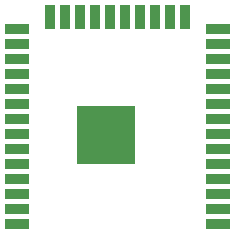
<source format=gbr>
G04 #@! TF.GenerationSoftware,KiCad,Pcbnew,(5.1.4)-1*
G04 #@! TF.CreationDate,2020-04-23T20:30:29-07:00*
G04 #@! TF.ProjectId,tetris,74657472-6973-42e6-9b69-6361645f7063,rev?*
G04 #@! TF.SameCoordinates,Original*
G04 #@! TF.FileFunction,Paste,Bot*
G04 #@! TF.FilePolarity,Positive*
%FSLAX46Y46*%
G04 Gerber Fmt 4.6, Leading zero omitted, Abs format (unit mm)*
G04 Created by KiCad (PCBNEW (5.1.4)-1) date 2020-04-23 20:30:29*
%MOMM*%
%LPD*%
G04 APERTURE LIST*
%ADD10R,2.000000X0.900000*%
%ADD11R,0.900000X2.000000*%
%ADD12R,5.000000X5.000000*%
G04 APERTURE END LIST*
D10*
X119244000Y-233807000D03*
X119244000Y-232537000D03*
X119244000Y-231267000D03*
X119244000Y-229997000D03*
X119244000Y-228727000D03*
X119244000Y-227457000D03*
X119244000Y-226187000D03*
X119244000Y-224917000D03*
X119244000Y-223647000D03*
X119244000Y-222377000D03*
X119244000Y-221107000D03*
X119244000Y-219837000D03*
X119244000Y-218567000D03*
X119244000Y-217297000D03*
D11*
X116459000Y-216297000D03*
X115189000Y-216297000D03*
X113919000Y-216297000D03*
X112649000Y-216297000D03*
X111379000Y-216297000D03*
X110109000Y-216297000D03*
X108839000Y-216297000D03*
X107569000Y-216297000D03*
X106299000Y-216297000D03*
X105029000Y-216297000D03*
D10*
X102244000Y-217297000D03*
X102244000Y-218567000D03*
X102244000Y-219837000D03*
X102244000Y-221107000D03*
X102244000Y-222377000D03*
X102244000Y-223647000D03*
X102244000Y-224917000D03*
X102244000Y-226187000D03*
X102244000Y-227457000D03*
X102244000Y-228727000D03*
X102244000Y-229997000D03*
X102244000Y-231267000D03*
X102244000Y-232537000D03*
X102244000Y-233807000D03*
D12*
X109744000Y-226307000D03*
M02*

</source>
